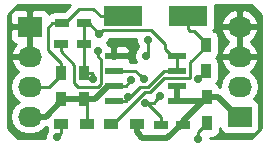
<source format=gbr>
G04 #@! TF.FileFunction,Copper,L1,Top,Signal*
%FSLAX46Y46*%
G04 Gerber Fmt 4.6, Leading zero omitted, Abs format (unit mm)*
G04 Created by KiCad (PCBNEW 4.1.0-alpha+201606061201+6885~45~ubuntu14.04.1-product) date Fri Jun 10 14:32:16 2016*
%MOMM*%
%LPD*%
G01*
G04 APERTURE LIST*
%ADD10C,0.100000*%
%ADD11R,0.900000X1.200000*%
%ADD12R,1.200000X0.900000*%
%ADD13R,2.032000X1.727200*%
%ADD14O,2.032000X1.727200*%
%ADD15R,1.200000X0.750000*%
%ADD16R,1.550000X0.600000*%
%ADD17R,3.299460X1.699260*%
%ADD18C,0.700000*%
%ADD19C,0.250000*%
%ADD20C,0.500000*%
%ADD21C,0.254000*%
G04 APERTURE END LIST*
D10*
D11*
X233485000Y-108835000D03*
X233485000Y-111035000D03*
D12*
X223325000Y-111155000D03*
X221125000Y-111155000D03*
X227530000Y-111150000D03*
X225330000Y-111150000D03*
D11*
X221075000Y-108995000D03*
X221075000Y-106795000D03*
X223015000Y-108985000D03*
X223015000Y-106785000D03*
X233365000Y-104415000D03*
X233365000Y-106615000D03*
D13*
X236220000Y-110490000D03*
D14*
X236220000Y-107950000D03*
X236220000Y-105410000D03*
X236220000Y-102870000D03*
D13*
X218440000Y-102870000D03*
D14*
X218440000Y-105410000D03*
X218440000Y-107950000D03*
X218440000Y-110490000D03*
D15*
X229575000Y-111195000D03*
X231475000Y-111195000D03*
X221125000Y-104355000D03*
X223025000Y-104355000D03*
X223085000Y-102585000D03*
X221185000Y-102585000D03*
D16*
X225565000Y-105350000D03*
X225565000Y-106620000D03*
X225565000Y-107890000D03*
X225565000Y-109160000D03*
X230965000Y-109160000D03*
X230965000Y-107890000D03*
X230965000Y-106620000D03*
X230965000Y-105350000D03*
D17*
X226354180Y-101955000D03*
X231855820Y-101955000D03*
D18*
X226796251Y-108879140D03*
X223789989Y-107294991D03*
X224345000Y-103495000D03*
X228228165Y-109356445D03*
X229528749Y-108778898D03*
X232723938Y-107326430D03*
X228106428Y-107328182D03*
X227055000Y-105325000D03*
X228295000Y-105355011D03*
X228465000Y-104005000D03*
X227055000Y-107425000D03*
X224225002Y-104925000D03*
X232705000Y-112425000D03*
X220735000Y-112255000D03*
D19*
X230965000Y-106620000D02*
X229813614Y-106620000D01*
X228430430Y-108003184D02*
X227817467Y-108003184D01*
X226941511Y-108879140D02*
X226796251Y-108879140D01*
X227817467Y-108003184D02*
X226941511Y-108879140D01*
X229813614Y-106620000D02*
X228430430Y-108003184D01*
X226590000Y-109160000D02*
X226796251Y-108953749D01*
X226796251Y-108953749D02*
X226796251Y-108879140D01*
X225565000Y-109160000D02*
X226590000Y-109160000D01*
X223789989Y-106859989D02*
X223789989Y-107294991D01*
X223715000Y-106785000D02*
X223789989Y-106859989D01*
X223015000Y-106785000D02*
X223715000Y-106785000D01*
X229940000Y-104800000D02*
X230490000Y-105350000D01*
X229940000Y-104325000D02*
X229940000Y-104800000D01*
X228760001Y-103145001D02*
X229940000Y-104325000D01*
X224345000Y-103495000D02*
X224694999Y-103145001D01*
X224694999Y-103145001D02*
X228760001Y-103145001D01*
X230490000Y-105350000D02*
X230965000Y-105350000D01*
X230965000Y-105350000D02*
X230965000Y-106620000D01*
X223085000Y-102585000D02*
X223435000Y-102585000D01*
X223435000Y-102585000D02*
X224345000Y-103495000D01*
X223025000Y-104355000D02*
X223025000Y-106775000D01*
X223025000Y-106775000D02*
X223015000Y-106785000D01*
X223085000Y-102585000D02*
X223085000Y-104295000D01*
X223085000Y-104295000D02*
X223025000Y-104355000D01*
X219965000Y-102955000D02*
X219965000Y-104835000D01*
X219965000Y-104835000D02*
X221075000Y-105945000D01*
X221075000Y-105945000D02*
X221075000Y-106795000D01*
X221185000Y-102585000D02*
X220335000Y-102585000D01*
X220335000Y-102585000D02*
X219965000Y-102955000D01*
X218440000Y-107950000D02*
X220070000Y-107950000D01*
X221075000Y-106945000D02*
X221075000Y-106795000D01*
X220070000Y-107950000D02*
X221075000Y-106945000D01*
X223854450Y-101355000D02*
X222640000Y-101355000D01*
X222640000Y-101355000D02*
X221410000Y-102585000D01*
X221410000Y-102585000D02*
X221185000Y-102585000D01*
X226354180Y-101955000D02*
X224454450Y-101955000D01*
X224454450Y-101955000D02*
X223854450Y-101355000D01*
X229178750Y-109128897D02*
X229528749Y-108778898D01*
X229575000Y-111195000D02*
X229575000Y-110570000D01*
X233073937Y-106976431D02*
X232723938Y-107326430D01*
X228361445Y-109356445D02*
X228228165Y-109356445D01*
X233365000Y-106685368D02*
X233073937Y-106976431D01*
X233365000Y-106615000D02*
X233365000Y-106685368D01*
X229575000Y-110570000D02*
X228361445Y-109356445D01*
X228228165Y-109356445D02*
X228951202Y-109356445D01*
X228951202Y-109356445D02*
X229178750Y-109128897D01*
X227398246Y-106620000D02*
X227756429Y-106978183D01*
X227756429Y-106978183D02*
X228106428Y-107328182D01*
X225565000Y-106620000D02*
X227398246Y-106620000D01*
D20*
X230965000Y-107890000D02*
X230965000Y-109160000D01*
X231475000Y-111195000D02*
X231475000Y-110845000D01*
X231475000Y-110845000D02*
X233485000Y-108835000D01*
X230965000Y-109160000D02*
X233160000Y-109160000D01*
X233160000Y-109160000D02*
X233485000Y-108835000D01*
X230120000Y-112325000D02*
X228005000Y-112325000D01*
X228005000Y-112325000D02*
X227815000Y-112135000D01*
X230120000Y-112325000D02*
X231250000Y-111195000D01*
X231250000Y-111195000D02*
X231475000Y-111195000D01*
X227530000Y-111150000D02*
X227530000Y-111790000D01*
X227815000Y-112075000D02*
X227815000Y-112135000D01*
X227530000Y-111790000D02*
X227815000Y-112075000D01*
X231475000Y-111195000D02*
X231685000Y-111195000D01*
X233485000Y-108835000D02*
X234412600Y-108835000D01*
X234412600Y-108835000D02*
X236067600Y-110490000D01*
X236067600Y-110490000D02*
X236220000Y-110490000D01*
D19*
X236220000Y-110490000D02*
X236067600Y-110490000D01*
X231250000Y-111195000D02*
X231475000Y-111195000D01*
X227815000Y-112135000D02*
X228005000Y-112325000D01*
X233115000Y-108985000D02*
X233105000Y-108975000D01*
X233105000Y-108975000D02*
X233485000Y-108835000D01*
X225330000Y-111150000D02*
X225480000Y-111150000D01*
X232065001Y-105864999D02*
X233365000Y-104565000D01*
X233365000Y-104565000D02*
X233365000Y-104415000D01*
X225480000Y-111150000D02*
X228176806Y-108453194D01*
X228176806Y-108453194D02*
X228616831Y-108453193D01*
X228616831Y-108453193D02*
X229825023Y-107245001D01*
X229825023Y-107245001D02*
X232000001Y-107245001D01*
X232000001Y-107245001D02*
X232065001Y-107180001D01*
X232065001Y-107180001D02*
X232065001Y-105864999D01*
X232046190Y-103245000D02*
X232345000Y-103245000D01*
X232345000Y-103245000D02*
X233365000Y-104265000D01*
X233365000Y-104265000D02*
X233365000Y-104415000D01*
X231855820Y-101955000D02*
X231855820Y-103054630D01*
X231855820Y-103054630D02*
X232046190Y-103245000D01*
X225565000Y-105350000D02*
X227030000Y-105350000D01*
X227030000Y-105350000D02*
X227055000Y-105325000D01*
D20*
X223015000Y-108985000D02*
X221085000Y-108985000D01*
X221085000Y-108985000D02*
X221075000Y-108995000D01*
X223995000Y-108985000D02*
X225090000Y-107890000D01*
X223015000Y-108985000D02*
X223995000Y-108985000D01*
X225090000Y-107890000D02*
X225565000Y-107890000D01*
X218440000Y-110490000D02*
X219800000Y-110490000D01*
X219800000Y-110490000D02*
X221075000Y-109215000D01*
X221075000Y-109215000D02*
X221075000Y-108845000D01*
X221075000Y-108845000D02*
X221075000Y-108995000D01*
D19*
X228465000Y-104005000D02*
X228465000Y-105185011D01*
X228465000Y-105185011D02*
X228295000Y-105355011D01*
X225565000Y-107890000D02*
X226590000Y-107890000D01*
X226590000Y-107890000D02*
X227055000Y-107425000D01*
X221075000Y-108845000D02*
X221075000Y-108995000D01*
X223315000Y-111255000D02*
X223315000Y-109285000D01*
X223315000Y-109285000D02*
X223015000Y-108985000D01*
X219800000Y-110490000D02*
X219800000Y-110420000D01*
X219800000Y-110420000D02*
X221075000Y-109145000D01*
X221075000Y-109145000D02*
X221075000Y-108995000D01*
X218440000Y-110490000D02*
X218592400Y-110490000D01*
X224225002Y-105419974D02*
X224225002Y-104925000D01*
X224464999Y-105659971D02*
X224225002Y-105419974D01*
X224196811Y-107970001D02*
X224464999Y-107701813D01*
X222564999Y-107970001D02*
X224196811Y-107970001D01*
X224464999Y-107701813D02*
X224464999Y-105659971D01*
X222239999Y-107645001D02*
X222564999Y-107970001D01*
X222239999Y-106094999D02*
X222239999Y-107645001D01*
X221125000Y-104980000D02*
X222239999Y-106094999D01*
X221125000Y-104355000D02*
X221125000Y-104980000D01*
X232705000Y-112425000D02*
X232705000Y-111815000D01*
X232705000Y-111815000D02*
X233485000Y-111035000D01*
X221115000Y-111255000D02*
X221115000Y-111875000D01*
X221115000Y-111875000D02*
X220735000Y-112255000D01*
D21*
G36*
X221357638Y-101562560D02*
X220585000Y-101562560D01*
X220337235Y-101611843D01*
X220127191Y-101752191D01*
X220072146Y-101834572D01*
X219994327Y-101646701D01*
X219815698Y-101468073D01*
X219582309Y-101371400D01*
X218725750Y-101371400D01*
X218567000Y-101530150D01*
X218567000Y-102743000D01*
X218587000Y-102743000D01*
X218587000Y-102997000D01*
X218567000Y-102997000D01*
X218567000Y-105283000D01*
X218587000Y-105283000D01*
X218587000Y-105537000D01*
X218567000Y-105537000D01*
X218567000Y-105557000D01*
X218313000Y-105557000D01*
X218313000Y-105537000D01*
X216953783Y-105537000D01*
X216832642Y-105769026D01*
X216835291Y-105784791D01*
X217089268Y-106312036D01*
X217505069Y-106683539D01*
X217195585Y-106890330D01*
X216870729Y-107376511D01*
X216756655Y-107950000D01*
X216870729Y-108523489D01*
X217195585Y-109009670D01*
X217510366Y-109220000D01*
X217195585Y-109430330D01*
X216870729Y-109916511D01*
X216756655Y-110490000D01*
X216870729Y-111063489D01*
X217195585Y-111549670D01*
X217681766Y-111874526D01*
X218255255Y-111988600D01*
X218624745Y-111988600D01*
X219198234Y-111874526D01*
X219684415Y-111549670D01*
X219801298Y-111374743D01*
X219877560Y-111359573D01*
X219877560Y-111605000D01*
X219897253Y-111704002D01*
X219750172Y-112058212D01*
X219749944Y-112320000D01*
X217464092Y-112320000D01*
X216610000Y-111465908D01*
X216610000Y-103155750D01*
X216789000Y-103155750D01*
X216789000Y-103859910D01*
X216885673Y-104093299D01*
X217064302Y-104271927D01*
X217261861Y-104353759D01*
X217089268Y-104507964D01*
X216835291Y-105035209D01*
X216832642Y-105050974D01*
X216953783Y-105283000D01*
X218313000Y-105283000D01*
X218313000Y-102997000D01*
X216947750Y-102997000D01*
X216789000Y-103155750D01*
X216610000Y-103155750D01*
X216610000Y-101894092D01*
X216624002Y-101880090D01*
X216789000Y-101880090D01*
X216789000Y-102584250D01*
X216947750Y-102743000D01*
X218313000Y-102743000D01*
X218313000Y-101530150D01*
X218154250Y-101371400D01*
X217297691Y-101371400D01*
X217064302Y-101468073D01*
X216885673Y-101646701D01*
X216789000Y-101880090D01*
X216624002Y-101880090D01*
X217464092Y-101040000D01*
X221880198Y-101040000D01*
X221357638Y-101562560D01*
X221357638Y-101562560D01*
G37*
X221357638Y-101562560D02*
X220585000Y-101562560D01*
X220337235Y-101611843D01*
X220127191Y-101752191D01*
X220072146Y-101834572D01*
X219994327Y-101646701D01*
X219815698Y-101468073D01*
X219582309Y-101371400D01*
X218725750Y-101371400D01*
X218567000Y-101530150D01*
X218567000Y-102743000D01*
X218587000Y-102743000D01*
X218587000Y-102997000D01*
X218567000Y-102997000D01*
X218567000Y-105283000D01*
X218587000Y-105283000D01*
X218587000Y-105537000D01*
X218567000Y-105537000D01*
X218567000Y-105557000D01*
X218313000Y-105557000D01*
X218313000Y-105537000D01*
X216953783Y-105537000D01*
X216832642Y-105769026D01*
X216835291Y-105784791D01*
X217089268Y-106312036D01*
X217505069Y-106683539D01*
X217195585Y-106890330D01*
X216870729Y-107376511D01*
X216756655Y-107950000D01*
X216870729Y-108523489D01*
X217195585Y-109009670D01*
X217510366Y-109220000D01*
X217195585Y-109430330D01*
X216870729Y-109916511D01*
X216756655Y-110490000D01*
X216870729Y-111063489D01*
X217195585Y-111549670D01*
X217681766Y-111874526D01*
X218255255Y-111988600D01*
X218624745Y-111988600D01*
X219198234Y-111874526D01*
X219684415Y-111549670D01*
X219801298Y-111374743D01*
X219877560Y-111359573D01*
X219877560Y-111605000D01*
X219897253Y-111704002D01*
X219750172Y-112058212D01*
X219749944Y-112320000D01*
X217464092Y-112320000D01*
X216610000Y-111465908D01*
X216610000Y-103155750D01*
X216789000Y-103155750D01*
X216789000Y-103859910D01*
X216885673Y-104093299D01*
X217064302Y-104271927D01*
X217261861Y-104353759D01*
X217089268Y-104507964D01*
X216835291Y-105035209D01*
X216832642Y-105050974D01*
X216953783Y-105283000D01*
X218313000Y-105283000D01*
X218313000Y-102997000D01*
X216947750Y-102997000D01*
X216789000Y-103155750D01*
X216610000Y-103155750D01*
X216610000Y-101894092D01*
X216624002Y-101880090D01*
X216789000Y-101880090D01*
X216789000Y-102584250D01*
X216947750Y-102743000D01*
X218313000Y-102743000D01*
X218313000Y-101530150D01*
X218154250Y-101371400D01*
X217297691Y-101371400D01*
X217064302Y-101468073D01*
X216885673Y-101646701D01*
X216789000Y-101880090D01*
X216624002Y-101880090D01*
X217464092Y-101040000D01*
X221880198Y-101040000D01*
X221357638Y-101562560D01*
G36*
X238050000Y-101894092D02*
X238050000Y-111465908D01*
X237195908Y-112320000D01*
X233690091Y-112320000D01*
X233690124Y-112282440D01*
X233935000Y-112282440D01*
X234182765Y-112233157D01*
X234392809Y-112092809D01*
X234533157Y-111882765D01*
X234582440Y-111635000D01*
X234582440Y-111483709D01*
X234605843Y-111601365D01*
X234746191Y-111811409D01*
X234956235Y-111951757D01*
X235204000Y-112001040D01*
X237236000Y-112001040D01*
X237483765Y-111951757D01*
X237693809Y-111811409D01*
X237834157Y-111601365D01*
X237883440Y-111353600D01*
X237883440Y-109626400D01*
X237834157Y-109378635D01*
X237693809Y-109168591D01*
X237483765Y-109028243D01*
X237447434Y-109021016D01*
X237464415Y-109009670D01*
X237789271Y-108523489D01*
X237903345Y-107950000D01*
X237789271Y-107376511D01*
X237464415Y-106890330D01*
X237154931Y-106683539D01*
X237570732Y-106312036D01*
X237824709Y-105784791D01*
X237827358Y-105769026D01*
X237706217Y-105537000D01*
X236347000Y-105537000D01*
X236347000Y-105557000D01*
X236093000Y-105557000D01*
X236093000Y-105537000D01*
X234733783Y-105537000D01*
X234612642Y-105769026D01*
X234615291Y-105784791D01*
X234869268Y-106312036D01*
X235285069Y-106683539D01*
X234975585Y-106890330D01*
X234650729Y-107376511D01*
X234536655Y-107950000D01*
X234541765Y-107975692D01*
X234522942Y-107971948D01*
X234392809Y-107777191D01*
X234254700Y-107684909D01*
X234272809Y-107672809D01*
X234413157Y-107462765D01*
X234462440Y-107215000D01*
X234462440Y-106015000D01*
X234413157Y-105767235D01*
X234272809Y-105557191D01*
X234209666Y-105515000D01*
X234272809Y-105472809D01*
X234413157Y-105262765D01*
X234462440Y-105015000D01*
X234462440Y-103815000D01*
X234413157Y-103567235D01*
X234272809Y-103357191D01*
X234080999Y-103229026D01*
X234612642Y-103229026D01*
X234615291Y-103244791D01*
X234869268Y-103772036D01*
X235281108Y-104140000D01*
X234869268Y-104507964D01*
X234615291Y-105035209D01*
X234612642Y-105050974D01*
X234733783Y-105283000D01*
X236093000Y-105283000D01*
X236093000Y-102997000D01*
X236347000Y-102997000D01*
X236347000Y-105283000D01*
X237706217Y-105283000D01*
X237827358Y-105050974D01*
X237824709Y-105035209D01*
X237570732Y-104507964D01*
X237158892Y-104140000D01*
X237570732Y-103772036D01*
X237824709Y-103244791D01*
X237827358Y-103229026D01*
X237706217Y-102997000D01*
X236347000Y-102997000D01*
X236093000Y-102997000D01*
X234733783Y-102997000D01*
X234612642Y-103229026D01*
X234080999Y-103229026D01*
X234062765Y-103216843D01*
X234001913Y-103204739D01*
X234103707Y-103052395D01*
X234152990Y-102804630D01*
X234152990Y-102510974D01*
X234612642Y-102510974D01*
X234733783Y-102743000D01*
X236093000Y-102743000D01*
X236093000Y-101529076D01*
X236347000Y-101529076D01*
X236347000Y-102743000D01*
X237706217Y-102743000D01*
X237827358Y-102510974D01*
X237824709Y-102495209D01*
X237570732Y-101967964D01*
X237134320Y-101578046D01*
X236581913Y-101384816D01*
X236347000Y-101529076D01*
X236093000Y-101529076D01*
X235858087Y-101384816D01*
X235305680Y-101578046D01*
X234869268Y-101967964D01*
X234615291Y-102495209D01*
X234612642Y-102510974D01*
X234152990Y-102510974D01*
X234152990Y-101105370D01*
X234139987Y-101040000D01*
X237195908Y-101040000D01*
X238050000Y-101894092D01*
X238050000Y-101894092D01*
G37*
X238050000Y-101894092D02*
X238050000Y-111465908D01*
X237195908Y-112320000D01*
X233690091Y-112320000D01*
X233690124Y-112282440D01*
X233935000Y-112282440D01*
X234182765Y-112233157D01*
X234392809Y-112092809D01*
X234533157Y-111882765D01*
X234582440Y-111635000D01*
X234582440Y-111483709D01*
X234605843Y-111601365D01*
X234746191Y-111811409D01*
X234956235Y-111951757D01*
X235204000Y-112001040D01*
X237236000Y-112001040D01*
X237483765Y-111951757D01*
X237693809Y-111811409D01*
X237834157Y-111601365D01*
X237883440Y-111353600D01*
X237883440Y-109626400D01*
X237834157Y-109378635D01*
X237693809Y-109168591D01*
X237483765Y-109028243D01*
X237447434Y-109021016D01*
X237464415Y-109009670D01*
X237789271Y-108523489D01*
X237903345Y-107950000D01*
X237789271Y-107376511D01*
X237464415Y-106890330D01*
X237154931Y-106683539D01*
X237570732Y-106312036D01*
X237824709Y-105784791D01*
X237827358Y-105769026D01*
X237706217Y-105537000D01*
X236347000Y-105537000D01*
X236347000Y-105557000D01*
X236093000Y-105557000D01*
X236093000Y-105537000D01*
X234733783Y-105537000D01*
X234612642Y-105769026D01*
X234615291Y-105784791D01*
X234869268Y-106312036D01*
X235285069Y-106683539D01*
X234975585Y-106890330D01*
X234650729Y-107376511D01*
X234536655Y-107950000D01*
X234541765Y-107975692D01*
X234522942Y-107971948D01*
X234392809Y-107777191D01*
X234254700Y-107684909D01*
X234272809Y-107672809D01*
X234413157Y-107462765D01*
X234462440Y-107215000D01*
X234462440Y-106015000D01*
X234413157Y-105767235D01*
X234272809Y-105557191D01*
X234209666Y-105515000D01*
X234272809Y-105472809D01*
X234413157Y-105262765D01*
X234462440Y-105015000D01*
X234462440Y-103815000D01*
X234413157Y-103567235D01*
X234272809Y-103357191D01*
X234080999Y-103229026D01*
X234612642Y-103229026D01*
X234615291Y-103244791D01*
X234869268Y-103772036D01*
X235281108Y-104140000D01*
X234869268Y-104507964D01*
X234615291Y-105035209D01*
X234612642Y-105050974D01*
X234733783Y-105283000D01*
X236093000Y-105283000D01*
X236093000Y-102997000D01*
X236347000Y-102997000D01*
X236347000Y-105283000D01*
X237706217Y-105283000D01*
X237827358Y-105050974D01*
X237824709Y-105035209D01*
X237570732Y-104507964D01*
X237158892Y-104140000D01*
X237570732Y-103772036D01*
X237824709Y-103244791D01*
X237827358Y-103229026D01*
X237706217Y-102997000D01*
X236347000Y-102997000D01*
X236093000Y-102997000D01*
X234733783Y-102997000D01*
X234612642Y-103229026D01*
X234080999Y-103229026D01*
X234062765Y-103216843D01*
X234001913Y-103204739D01*
X234103707Y-103052395D01*
X234152990Y-102804630D01*
X234152990Y-102510974D01*
X234612642Y-102510974D01*
X234733783Y-102743000D01*
X236093000Y-102743000D01*
X236093000Y-101529076D01*
X236347000Y-101529076D01*
X236347000Y-102743000D01*
X237706217Y-102743000D01*
X237827358Y-102510974D01*
X237824709Y-102495209D01*
X237570732Y-101967964D01*
X237134320Y-101578046D01*
X236581913Y-101384816D01*
X236347000Y-101529076D01*
X236093000Y-101529076D01*
X235858087Y-101384816D01*
X235305680Y-101578046D01*
X234869268Y-101967964D01*
X234615291Y-102495209D01*
X234612642Y-102510974D01*
X234152990Y-102510974D01*
X234152990Y-101105370D01*
X234139987Y-101040000D01*
X237195908Y-101040000D01*
X238050000Y-101894092D01*
G36*
X227479830Y-104200069D02*
X227629471Y-104562229D01*
X227662153Y-104594968D01*
X227460445Y-104796325D01*
X227310172Y-105158223D01*
X227309830Y-105550080D01*
X227441436Y-105868591D01*
X227398246Y-105860000D01*
X226940334Y-105860000D01*
X226975000Y-105776310D01*
X226975000Y-105635750D01*
X226816250Y-105477000D01*
X225692000Y-105477000D01*
X225692000Y-105497000D01*
X225438000Y-105497000D01*
X225438000Y-105477000D01*
X225418000Y-105477000D01*
X225418000Y-105223000D01*
X225438000Y-105223000D01*
X225438000Y-104573750D01*
X225692000Y-104573750D01*
X225692000Y-105223000D01*
X226816250Y-105223000D01*
X226975000Y-105064250D01*
X226975000Y-104923690D01*
X226878327Y-104690301D01*
X226699698Y-104511673D01*
X226466309Y-104415000D01*
X225850750Y-104415000D01*
X225692000Y-104573750D01*
X225438000Y-104573750D01*
X225279250Y-104415000D01*
X225080046Y-104415000D01*
X225060531Y-104367771D01*
X224962897Y-104269967D01*
X225179555Y-104053686D01*
X225241294Y-103905001D01*
X227480088Y-103905001D01*
X227479830Y-104200069D01*
X227479830Y-104200069D01*
G37*
X227479830Y-104200069D02*
X227629471Y-104562229D01*
X227662153Y-104594968D01*
X227460445Y-104796325D01*
X227310172Y-105158223D01*
X227309830Y-105550080D01*
X227441436Y-105868591D01*
X227398246Y-105860000D01*
X226940334Y-105860000D01*
X226975000Y-105776310D01*
X226975000Y-105635750D01*
X226816250Y-105477000D01*
X225692000Y-105477000D01*
X225692000Y-105497000D01*
X225438000Y-105497000D01*
X225438000Y-105477000D01*
X225418000Y-105477000D01*
X225418000Y-105223000D01*
X225438000Y-105223000D01*
X225438000Y-104573750D01*
X225692000Y-104573750D01*
X225692000Y-105223000D01*
X226816250Y-105223000D01*
X226975000Y-105064250D01*
X226975000Y-104923690D01*
X226878327Y-104690301D01*
X226699698Y-104511673D01*
X226466309Y-104415000D01*
X225850750Y-104415000D01*
X225692000Y-104573750D01*
X225438000Y-104573750D01*
X225279250Y-104415000D01*
X225080046Y-104415000D01*
X225060531Y-104367771D01*
X224962897Y-104269967D01*
X225179555Y-104053686D01*
X225241294Y-103905001D01*
X227480088Y-103905001D01*
X227479830Y-104200069D01*
M02*

</source>
